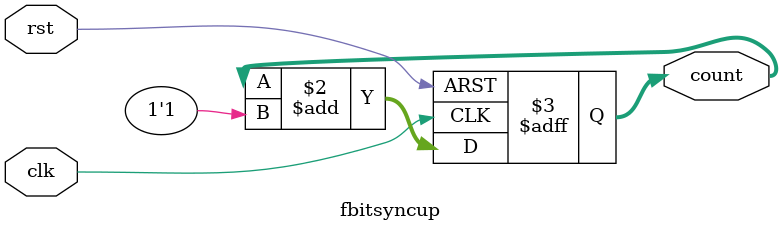
<source format=v>
module fbitsyncup(clk,rst,count);
input clk,rst;
output reg[3:0]count;
always @(posedge clk or posedge rst ) begin
    if(rst)
    count<=4'b0000;
    else
    count<=count+1'b1;
end
endmodule
</source>
